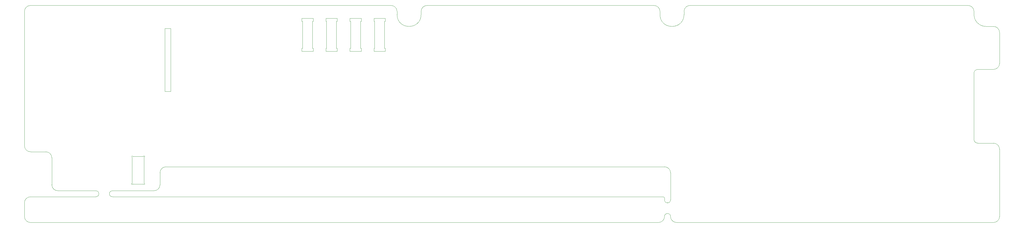
<source format=gbr>
%TF.GenerationSoftware,KiCad,Pcbnew,8.0.4*%
%TF.CreationDate,2024-09-25T08:52:03+09:00*%
%TF.ProjectId,FullHouse_Cover_V6.0,46756c6c-486f-4757-9365-5f436f766572,rev?*%
%TF.SameCoordinates,Original*%
%TF.FileFunction,Profile,NP*%
%FSLAX46Y46*%
G04 Gerber Fmt 4.6, Leading zero omitted, Abs format (unit mm)*
G04 Created by KiCad (PCBNEW 8.0.4) date 2024-09-25 08:52:03*
%MOMM*%
%LPD*%
G01*
G04 APERTURE LIST*
%TA.AperFunction,Profile*%
%ADD10C,0.050000*%
%TD*%
%TA.AperFunction,Profile*%
%ADD11C,0.120000*%
%TD*%
G04 APERTURE END LIST*
D10*
X79912000Y-213250000D02*
X263150000Y-213250000D01*
X370640000Y-156450000D02*
X373140000Y-156450000D01*
X50640000Y-219830000D02*
X50640000Y-215250000D01*
X52650000Y-198250000D02*
G75*
G02*
X50650000Y-196250000I0J2000000D01*
G01*
X267650000Y-221830000D02*
G75*
G02*
X265650000Y-219830000I0J2000000D01*
G01*
X373140000Y-156450000D02*
G75*
G02*
X375140000Y-158450000I0J-2000000D01*
G01*
X59750000Y-209250000D02*
X59750000Y-200250000D01*
X373140000Y-170780000D02*
X367910000Y-170780000D01*
X370640000Y-156450000D02*
G75*
G02*
X366640000Y-152450000I0J4000000D01*
G01*
X270140000Y-151450000D02*
X270140000Y-152450000D01*
X52640000Y-221830000D02*
G75*
G02*
X50640000Y-219830000I0J2000000D01*
G01*
X95750000Y-205250000D02*
G75*
G02*
X97750000Y-203250000I2000000J0D01*
G01*
X366640000Y-151450000D02*
X366640000Y-152450000D01*
X265650000Y-205250000D02*
X265650000Y-214308000D01*
X363800000Y-149450000D02*
X272140000Y-149450000D01*
X366610000Y-172080000D02*
G75*
G02*
X367910000Y-170780000I1300000J0D01*
G01*
X367910000Y-195375000D02*
G75*
G02*
X366610000Y-194075000I0J1300000D01*
G01*
X263150000Y-213250000D02*
G75*
G02*
X263650000Y-213750000I0J-500000D01*
G01*
X373140000Y-195375000D02*
G75*
G02*
X375140000Y-197375000I0J-2000000D01*
G01*
X174640000Y-152450000D02*
X174640000Y-151450000D01*
X74388000Y-213250000D02*
X52640000Y-213250000D01*
X260140000Y-149450000D02*
X184640000Y-149450000D01*
X50650000Y-151450000D02*
X50650000Y-196250000D01*
X97750000Y-203250000D02*
X263650000Y-203250000D01*
X267650000Y-221830000D02*
X373140000Y-221830000D01*
X182640000Y-152450000D02*
G75*
G02*
X174640000Y-152450000I-4000000J0D01*
G01*
X263650000Y-213750000D02*
X263650000Y-214308000D01*
X95750000Y-209250000D02*
G75*
G02*
X93750000Y-211250000I-2000000J0D01*
G01*
X79912000Y-211250000D02*
X93750000Y-211250000D01*
X270140000Y-152450000D02*
G75*
G02*
X262140000Y-152450000I-4000000J0D01*
G01*
X260140000Y-149450000D02*
G75*
G02*
X262140000Y-151450000I0J-2000000D01*
G01*
X375140000Y-158450000D02*
X375140000Y-168780000D01*
X375140000Y-219830000D02*
G75*
G02*
X373140000Y-221830000I-2000000J0D01*
G01*
X263650000Y-203250000D02*
G75*
G02*
X265650000Y-205250000I0J-2000000D01*
G01*
X375140000Y-197375000D02*
X375140000Y-219830000D01*
X366610000Y-172080000D02*
X366610000Y-194075000D01*
X270140000Y-151450000D02*
G75*
G02*
X272140000Y-149450000I2000000J0D01*
G01*
X50650000Y-151450000D02*
G75*
G02*
X52650000Y-149450000I2000000J0D01*
G01*
X52650000Y-198250000D02*
X57750000Y-198250000D01*
X364640000Y-149450000D02*
G75*
G02*
X366640000Y-151450000I0J-2000000D01*
G01*
X61750000Y-211250000D02*
G75*
G02*
X59750000Y-209250000I0J2000000D01*
G01*
X261650000Y-221830000D02*
X52640000Y-221830000D01*
X182640000Y-151450000D02*
X182640000Y-152450000D01*
X263650000Y-219830000D02*
G75*
G02*
X261650000Y-221830000I-2000000J0D01*
G01*
X50640000Y-215250000D02*
G75*
G02*
X52640000Y-213250000I2000000J0D01*
G01*
X373140000Y-195375000D02*
X367910000Y-195375000D01*
X57750000Y-198250000D02*
G75*
G02*
X59750000Y-200250000I0J-2000000D01*
G01*
X74388000Y-211250000D02*
X61750000Y-211250000D01*
X52650000Y-149450000D02*
X172640000Y-149450000D01*
X375140000Y-168780000D02*
G75*
G02*
X373140000Y-170780000I-2000000J0D01*
G01*
X182640000Y-151450000D02*
G75*
G02*
X184640000Y-149450000I2000000J0D01*
G01*
X95750000Y-209250000D02*
X95750000Y-205250000D01*
X363800000Y-149450000D02*
X364640000Y-149450000D01*
X262140000Y-152450000D02*
X262140000Y-151450000D01*
X172640000Y-149450000D02*
G75*
G02*
X174640000Y-151450000I0J-2000000D01*
G01*
D11*
%TO.C,SF1*%
X142920000Y-153710197D02*
X142920000Y-154710197D01*
X142920000Y-153710197D02*
X146720000Y-153710197D01*
X142920000Y-164710197D02*
X142920000Y-163710197D01*
X142920000Y-164710197D02*
X146720000Y-164710197D01*
X143170000Y-154710197D02*
X142920000Y-154710197D01*
X143170000Y-163710197D02*
X142920000Y-163710197D01*
X143170000Y-163710197D02*
X143170000Y-154710197D01*
X146470000Y-154710197D02*
X146720000Y-154710197D01*
X146470000Y-163710197D02*
X146470000Y-154710197D01*
X146470000Y-163710197D02*
X146720000Y-163710197D01*
X146720000Y-154710197D02*
X146720000Y-153710197D01*
X146720000Y-164710197D02*
X146720000Y-163710197D01*
D10*
%TO.C,SW19*%
X86450000Y-200020000D02*
X86450000Y-208780001D01*
X86670000Y-199800000D02*
X90230000Y-199799999D01*
X86670000Y-209000001D02*
X90230001Y-209000000D01*
X90450000Y-200019999D02*
X90450001Y-208780000D01*
X86450000Y-200020000D02*
G75*
G02*
X86670000Y-199800000I0J220000D01*
G01*
X86670000Y-209000001D02*
G75*
G02*
X86450000Y-208780001I-220000J0D01*
G01*
X90230000Y-199799999D02*
G75*
G02*
X90450000Y-200020000I220000J-1D01*
G01*
X90450001Y-208780000D02*
G75*
G02*
X90230000Y-209000000I-1J-220000D01*
G01*
D11*
%TO.C,SF4*%
X166920000Y-153710197D02*
X166920000Y-154710197D01*
X166920000Y-153710197D02*
X170720000Y-153710197D01*
X166920000Y-164710197D02*
X166920000Y-163710197D01*
X166920000Y-164710197D02*
X170720000Y-164710197D01*
X167170000Y-154710197D02*
X166920000Y-154710197D01*
X167170000Y-163710197D02*
X166920000Y-163710197D01*
X167170000Y-163710197D02*
X167170000Y-154710197D01*
X170470000Y-154710197D02*
X170720000Y-154710197D01*
X170470000Y-163710197D02*
X170470000Y-154710197D01*
X170470000Y-163710197D02*
X170720000Y-163710197D01*
X170720000Y-154710197D02*
X170720000Y-153710197D01*
X170720000Y-164710197D02*
X170720000Y-163710197D01*
%TO.C,SF3*%
X158920000Y-153710197D02*
X158920000Y-154710197D01*
X158920000Y-153710197D02*
X162720000Y-153710197D01*
X158920000Y-164710197D02*
X158920000Y-163710197D01*
X158920000Y-164710197D02*
X162720000Y-164710197D01*
X159170000Y-154710197D02*
X158920000Y-154710197D01*
X159170000Y-163710197D02*
X158920000Y-163710197D01*
X159170000Y-163710197D02*
X159170000Y-154710197D01*
X162470000Y-154710197D02*
X162720000Y-154710197D01*
X162470000Y-163710197D02*
X162470000Y-154710197D01*
X162470000Y-163710197D02*
X162720000Y-163710197D01*
X162720000Y-154710197D02*
X162720000Y-153710197D01*
X162720000Y-164710197D02*
X162720000Y-163710197D01*
%TO.C,SF2*%
X150920000Y-153710197D02*
X150920000Y-154710197D01*
X150920000Y-153710197D02*
X154720000Y-153710197D01*
X150920000Y-164710197D02*
X150920000Y-163710197D01*
X150920000Y-164710197D02*
X154720000Y-164710197D01*
X151170000Y-154710197D02*
X150920000Y-154710197D01*
X151170000Y-163710197D02*
X150920000Y-163710197D01*
X151170000Y-163710197D02*
X151170000Y-154710197D01*
X154470000Y-154710197D02*
X154720000Y-154710197D01*
X154470000Y-163710197D02*
X154470000Y-154710197D01*
X154470000Y-163710197D02*
X154720000Y-163710197D01*
X154720000Y-154710197D02*
X154720000Y-153710197D01*
X154720000Y-164710197D02*
X154720000Y-163710197D01*
%TO.C,U4*%
X99350000Y-157130000D02*
X97350000Y-157130000D01*
X97350000Y-178130000D01*
X99350000Y-178130000D01*
X99350000Y-157130000D01*
D10*
%TO.C,mouse-bite-2mm-slot*%
X74388000Y-211250000D02*
G75*
G02*
X74388000Y-213250000I0J-1000000D01*
G01*
X79912000Y-213250000D02*
G75*
G02*
X79912000Y-211250000I0J1000000D01*
G01*
X263650000Y-219818000D02*
G75*
G02*
X265650000Y-219818000I1000000J0D01*
G01*
X265650000Y-214294000D02*
G75*
G02*
X263650000Y-214294000I-1000000J0D01*
G01*
%TD*%
M02*

</source>
